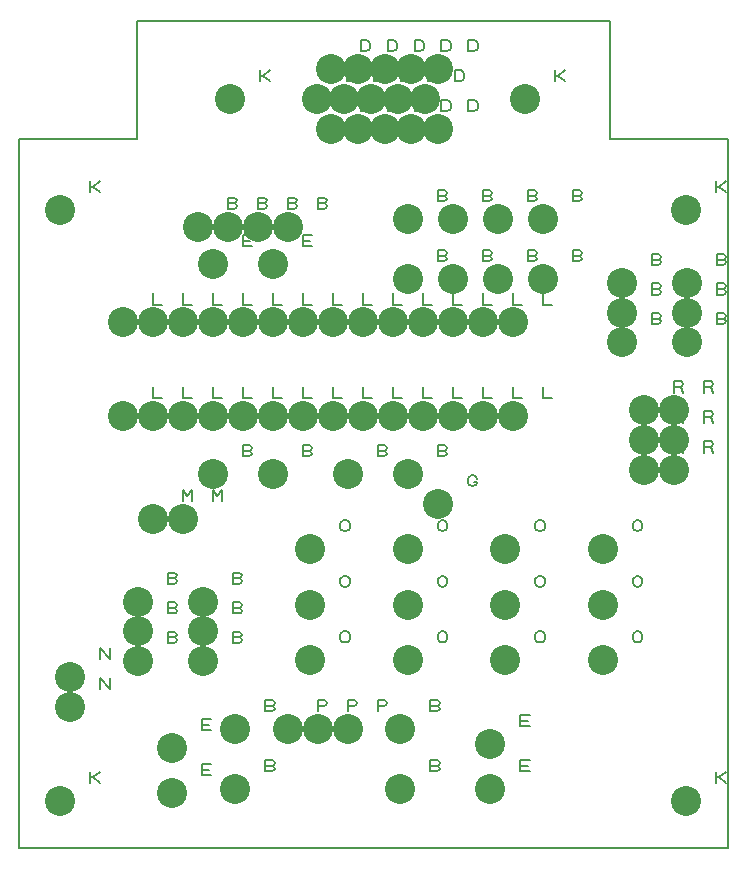
<source format=gbr>
G04 EasyPC Gerber Version 21.0.3 Build 4286 *
G04 #@! TF.Part,Single*
G04 #@! TF.FileFunction,Drillmap *
G04 #@! TF.FilePolarity,Positive *
%FSLAX35Y35*%
%MOIN*%
%ADD10C,0.00500*%
%ADD24C,0.00800*%
G04 #@! TA.AperFunction,ComponentPad*
%ADD82C,0.10000*%
X0Y0D02*
D02*
D10*
X24180Y22085D02*
Y25835D01*
Y23961D02*
X25117D01*
X27305Y25835*
X25117Y23961D02*
X27305Y22085D01*
X24180Y218936D02*
Y222686D01*
Y220811D02*
X25117D01*
X27305Y222686*
X25117Y220811D02*
X27305Y218936D01*
X27506Y53444D02*
Y57194D01*
X30631Y53444*
Y57194*
X27506Y63444D02*
Y67194D01*
X30631Y63444*
Y67194*
X45006Y154068D02*
Y150318D01*
X48131*
X45006Y185320D02*
Y181570D01*
X48131*
X52194Y70634D02*
X52819Y70321D01*
X53131Y69696*
X52819Y69071*
X52194Y68759*
X50006*
Y72509*
X52194*
X52819Y72196*
X53131Y71571*
X52819Y70946*
X52194Y70634*
X50006*
X52194Y80476D02*
X52819Y80164D01*
X53131Y79539*
X52819Y78914*
X52194Y78601*
X50006*
Y82351*
X52194*
X52819Y82039*
X53131Y81414*
X52819Y80789*
X52194Y80476*
X50006*
X52194Y90319D02*
X52819Y90006D01*
X53131Y89381*
X52819Y88756*
X52194Y88444*
X50006*
Y92194*
X52194*
X52819Y91881*
X53131Y91256*
X52819Y90631*
X52194Y90319*
X50006*
X55006Y115944D02*
Y119694D01*
X56569Y117819*
X58131Y119694*
Y115944*
X55006Y154068D02*
Y150318D01*
X58131*
X55006Y185320D02*
Y181570D01*
X58131*
X61256Y24694D02*
Y28444D01*
X64381*
X63756Y26569D02*
X61256D01*
Y24694D02*
X64381D01*
X61256Y39694D02*
Y43444D01*
X64381*
X63756Y41569D02*
X61256D01*
Y39694D02*
X64381D01*
X65006Y115944D02*
Y119694D01*
X66569Y117819*
X68131Y119694*
Y115944*
X65006Y154068D02*
Y150318D01*
X68131*
X65006Y185320D02*
Y181570D01*
X68131*
X72194Y215319D02*
X72819Y215006D01*
X73131Y214381*
X72819Y213756*
X72194Y213444*
X70006*
Y217194*
X72194*
X72819Y216881*
X73131Y216256*
X72819Y215631*
X72194Y215319*
X70006*
X73847Y70634D02*
X74472Y70321D01*
X74785Y69696*
X74472Y69071*
X73847Y68759*
X71660*
Y72509*
X73847*
X74472Y72196*
X74785Y71571*
X74472Y70946*
X73847Y70634*
X71660*
X73847Y80476D02*
X74472Y80164D01*
X74785Y79539*
X74472Y78914*
X73847Y78601*
X71660*
Y82351*
X73847*
X74472Y82039*
X74785Y81414*
X74472Y80789*
X73847Y80476*
X71660*
X73847Y90319D02*
X74472Y90006D01*
X74785Y89381*
X74472Y88756*
X73847Y88444*
X71660*
Y92194*
X73847*
X74472Y91881*
X74785Y91256*
X74472Y90631*
X73847Y90319*
X71660*
X77194Y132819D02*
X77819Y132506D01*
X78131Y131881*
X77819Y131256*
X77194Y130944*
X75006*
Y134694*
X77194*
X77819Y134381*
X78131Y133756*
X77819Y133131*
X77194Y132819*
X75006*
Y154068D02*
Y150318D01*
X78131*
X75006Y185320D02*
Y181570D01*
X78131*
X75006Y200944D02*
Y204694D01*
X78131*
X77506Y202819D02*
X75006D01*
Y200944D02*
X78131D01*
X82194Y215319D02*
X82819Y215006D01*
X83131Y214381*
X82819Y213756*
X82194Y213444*
X80006*
Y217194*
X82194*
X82819Y216881*
X83131Y216256*
X82819Y215631*
X82194Y215319*
X80006*
X80794Y255944D02*
Y259694D01*
Y257819D02*
X81731D01*
X83919Y259694*
X81731Y257819D02*
X83919Y255944D01*
X84694Y27819D02*
X85319Y27506D01*
X85631Y26881*
X85319Y26256*
X84694Y25944*
X82506*
Y29694*
X84694*
X85319Y29381*
X85631Y28756*
X85319Y28131*
X84694Y27819*
X82506*
X84694Y47819D02*
X85319Y47506D01*
X85631Y46881*
X85319Y46256*
X84694Y45944*
X82506*
Y49694*
X84694*
X85319Y49381*
X85631Y48756*
X85319Y48131*
X84694Y47819*
X82506*
X85006Y154068D02*
Y150318D01*
X88131*
X85006Y185320D02*
Y181570D01*
X88131*
X92194Y215319D02*
X92819Y215006D01*
X93131Y214381*
X92819Y213756*
X92194Y213444*
X90006*
Y217194*
X92194*
X92819Y216881*
X93131Y216256*
X92819Y215631*
X92194Y215319*
X90006*
X97194Y132819D02*
X97819Y132506D01*
X98131Y131881*
X97819Y131256*
X97194Y130944*
X95006*
Y134694*
X97194*
X97819Y134381*
X98131Y133756*
X97819Y133131*
X97194Y132819*
X95006*
Y154068D02*
Y150318D01*
X98131*
X95006Y185320D02*
Y181570D01*
X98131*
X95006Y200944D02*
Y204694D01*
X98131*
X97506Y202819D02*
X95006D01*
Y200944D02*
X98131D01*
X100006Y45944D02*
Y49694D01*
X102194*
X102819Y49381*
X103131Y48756*
X102819Y48131*
X102194Y47819*
X100006*
X102194Y215319D02*
X102819Y215006D01*
X103131Y214381*
X102819Y213756*
X102194Y213444*
X100006*
Y217194*
X102194*
X102819Y216881*
X103131Y216256*
X102819Y215631*
X102194Y215319*
X100006*
X105006Y154068D02*
Y150318D01*
X108131*
X105006Y185320D02*
Y181570D01*
X108131*
X107506Y70186D02*
Y71436D01*
X107819Y72061*
X108131Y72374*
X108756Y72686*
X109381*
X110006Y72374*
X110319Y72061*
X110631Y71436*
Y70186*
X110319Y69561*
X110006Y69248*
X109381Y68936*
X108756*
X108131Y69248*
X107819Y69561*
X107506Y70186*
Y88690D02*
Y89940D01*
X107819Y90565*
X108131Y90878*
X108756Y91190*
X109381*
X110006Y90878*
X110319Y90565*
X110631Y89940*
Y88690*
X110319Y88065*
X110006Y87752*
X109381Y87440*
X108756*
X108131Y87752*
X107819Y88065*
X107506Y88690*
Y107194D02*
Y108444D01*
X107819Y109069*
X108131Y109381*
X108756Y109694*
X109381*
X110006Y109381*
X110319Y109069*
X110631Y108444*
Y107194*
X110319Y106569*
X110006Y106256*
X109381Y105944*
X108756*
X108131Y106256*
X107819Y106569*
X107506Y107194*
X109809Y255944D02*
Y259694D01*
X111685*
X112309Y259381*
X112622Y259069*
X112935Y258444*
Y257194*
X112622Y256569*
X112309Y256256*
X111685Y255944*
X109809*
X110006Y45944D02*
Y49694D01*
X112194*
X112819Y49381*
X113131Y48756*
X112819Y48131*
X112194Y47819*
X110006*
X114298Y245944D02*
Y249694D01*
X116173*
X116798Y249381*
X117110Y249069*
X117423Y248444*
Y247194*
X117110Y246569*
X116798Y246256*
X116173Y245944*
X114298*
Y265944D02*
Y269694D01*
X116173*
X116798Y269381*
X117110Y269069*
X117423Y268444*
Y267194*
X117110Y266569*
X116798Y266256*
X116173Y265944*
X114298*
X115006Y154068D02*
Y150318D01*
X118131*
X115006Y185320D02*
Y181570D01*
X118131*
X118786Y255944D02*
Y259694D01*
X120661*
X121286Y259381*
X121598Y259069*
X121911Y258444*
Y257194*
X121598Y256569*
X121286Y256256*
X120661Y255944*
X118786*
X120006Y45944D02*
Y49694D01*
X122194*
X122819Y49381*
X123131Y48756*
X122819Y48131*
X122194Y47819*
X120006*
X122194Y132819D02*
X122819Y132506D01*
X123131Y131881*
X122819Y131256*
X122194Y130944*
X120006*
Y134694*
X122194*
X122819Y134381*
X123131Y133756*
X122819Y133131*
X122194Y132819*
X120006*
X123274Y245944D02*
Y249694D01*
X125149*
X125774Y249381*
X126087Y249069*
X126399Y248444*
Y247194*
X126087Y246569*
X125774Y246256*
X125149Y245944*
X123274*
Y265944D02*
Y269694D01*
X125149*
X125774Y269381*
X126087Y269069*
X126399Y268444*
Y267194*
X126087Y266569*
X125774Y266256*
X125149Y265944*
X123274*
X125006Y154068D02*
Y150318D01*
X128131*
X125006Y185320D02*
Y181570D01*
X128131*
X127762Y255944D02*
Y259694D01*
X129637*
X130262Y259381*
X130575Y259069*
X130887Y258444*
Y257194*
X130575Y256569*
X130262Y256256*
X129637Y255944*
X127762*
X132250Y245944D02*
Y249694D01*
X134126*
X134750Y249381*
X135063Y249069*
X135376Y248444*
Y247194*
X135063Y246569*
X134750Y246256*
X134126Y245944*
X132250*
Y265944D02*
Y269694D01*
X134126*
X134750Y269381*
X135063Y269069*
X135376Y268444*
Y267194*
X135063Y266569*
X134750Y266256*
X134126Y265944*
X132250*
X135006Y154068D02*
Y150318D01*
X138131*
X135006Y185320D02*
Y181570D01*
X138131*
X136739Y255944D02*
Y259694D01*
X138614*
X139239Y259381*
X139551Y259069*
X139864Y258444*
Y257194*
X139551Y256569*
X139239Y256256*
X138614Y255944*
X136739*
X139694Y27819D02*
X140319Y27506D01*
X140631Y26881*
X140319Y26256*
X139694Y25944*
X137506*
Y29694*
X139694*
X140319Y29381*
X140631Y28756*
X140319Y28131*
X139694Y27819*
X137506*
X139694Y47819D02*
X140319Y47506D01*
X140631Y46881*
X140319Y46256*
X139694Y45944*
X137506*
Y49694*
X139694*
X140319Y49381*
X140631Y48756*
X140319Y48131*
X139694Y47819*
X137506*
X140006Y70186D02*
Y71436D01*
X140319Y72061*
X140631Y72374*
X141256Y72686*
X141881*
X142506Y72374*
X142819Y72061*
X143131Y71436*
Y70186*
X142819Y69561*
X142506Y69248*
X141881Y68936*
X141256*
X140631Y69248*
X140319Y69561*
X140006Y70186*
Y88690D02*
Y89940D01*
X140319Y90565*
X140631Y90878*
X141256Y91190*
X141881*
X142506Y90878*
X142819Y90565*
X143131Y89940*
Y88690*
X142819Y88065*
X142506Y87752*
X141881Y87440*
X141256*
X140631Y87752*
X140319Y88065*
X140006Y88690*
Y107194D02*
Y108444D01*
X140319Y109069*
X140631Y109381*
X141256Y109694*
X141881*
X142506Y109381*
X142819Y109069*
X143131Y108444*
Y107194*
X142819Y106569*
X142506Y106256*
X141881Y105944*
X141256*
X140631Y106256*
X140319Y106569*
X140006Y107194*
X142194Y132819D02*
X142819Y132506D01*
X143131Y131881*
X142819Y131256*
X142194Y130944*
X140006*
Y134694*
X142194*
X142819Y134381*
X143131Y133756*
X142819Y133131*
X142194Y132819*
X140006*
X142194Y197819D02*
X142819Y197506D01*
X143131Y196881*
X142819Y196256*
X142194Y195944*
X140006*
Y199694*
X142194*
X142819Y199381*
X143131Y198756*
X142819Y198131*
X142194Y197819*
X140006*
X142194Y217819D02*
X142819Y217506D01*
X143131Y216881*
X142819Y216256*
X142194Y215944*
X140006*
Y219694*
X142194*
X142819Y219381*
X143131Y218756*
X142819Y218131*
X142194Y217819*
X140006*
X141227Y245944D02*
Y249694D01*
X143102*
X143727Y249381*
X144039Y249069*
X144352Y248444*
Y247194*
X144039Y246569*
X143727Y246256*
X143102Y245944*
X141227*
Y265944D02*
Y269694D01*
X143102*
X143727Y269381*
X144039Y269069*
X144352Y268444*
Y267194*
X144039Y266569*
X143727Y266256*
X143102Y265944*
X141227*
X145006Y154068D02*
Y150318D01*
X148131*
X145006Y185320D02*
Y181570D01*
X148131*
X145715Y255944D02*
Y259694D01*
X147590*
X148215Y259381*
X148528Y259069*
X148840Y258444*
Y257194*
X148528Y256569*
X148215Y256256*
X147590Y255944*
X145715*
X152194Y122506D02*
X153131D01*
Y122194*
X152819Y121569*
X152506Y121256*
X151881Y120944*
X151256*
X150631Y121256*
X150319Y121569*
X150006Y122194*
Y123444*
X150319Y124069*
X150631Y124381*
X151256Y124694*
X151881*
X152506Y124381*
X152819Y124069*
X153131Y123444*
X150203Y245944D02*
Y249694D01*
X152078*
X152703Y249381*
X153016Y249069*
X153328Y248444*
Y247194*
X153016Y246569*
X152703Y246256*
X152078Y245944*
X150203*
Y265944D02*
Y269694D01*
X152078*
X152703Y269381*
X153016Y269069*
X153328Y268444*
Y267194*
X153016Y266569*
X152703Y266256*
X152078Y265944*
X150203*
X155006Y154068D02*
Y150318D01*
X158131*
X155006Y185320D02*
Y181570D01*
X158131*
X157194Y197819D02*
X157819Y197506D01*
X158131Y196881*
X157819Y196256*
X157194Y195944*
X155006*
Y199694*
X157194*
X157819Y199381*
X158131Y198756*
X157819Y198131*
X157194Y197819*
X155006*
X157194Y217819D02*
X157819Y217506D01*
X158131Y216881*
X157819Y216256*
X157194Y215944*
X155006*
Y219694*
X157194*
X157819Y219381*
X158131Y218756*
X157819Y218131*
X157194Y217819*
X155006*
X165006Y154068D02*
Y150318D01*
X168131*
X165006Y185320D02*
Y181570D01*
X168131*
X167506Y25944D02*
Y29694D01*
X170631*
X170006Y27819D02*
X167506D01*
Y25944D02*
X170631D01*
X167506Y40944D02*
Y44694D01*
X170631*
X170006Y42819D02*
X167506D01*
Y40944D02*
X170631D01*
X172194Y197819D02*
X172819Y197506D01*
X173131Y196881*
X172819Y196256*
X172194Y195944*
X170006*
Y199694*
X172194*
X172819Y199381*
X173131Y198756*
X172819Y198131*
X172194Y197819*
X170006*
X172194Y217819D02*
X172819Y217506D01*
X173131Y216881*
X172819Y216256*
X172194Y215944*
X170006*
Y219694*
X172194*
X172819Y219381*
X173131Y218756*
X172819Y218131*
X172194Y217819*
X170006*
X172506Y70186D02*
Y71436D01*
X172819Y72061*
X173131Y72374*
X173756Y72686*
X174381*
X175006Y72374*
X175319Y72061*
X175631Y71436*
Y70186*
X175319Y69561*
X175006Y69248*
X174381Y68936*
X173756*
X173131Y69248*
X172819Y69561*
X172506Y70186*
Y88690D02*
Y89940D01*
X172819Y90565*
X173131Y90878*
X173756Y91190*
X174381*
X175006Y90878*
X175319Y90565*
X175631Y89940*
Y88690*
X175319Y88065*
X175006Y87752*
X174381Y87440*
X173756*
X173131Y87752*
X172819Y88065*
X172506Y88690*
Y107194D02*
Y108444D01*
X172819Y109069*
X173131Y109381*
X173756Y109694*
X174381*
X175006Y109381*
X175319Y109069*
X175631Y108444*
Y107194*
X175319Y106569*
X175006Y106256*
X174381Y105944*
X173756*
X173131Y106256*
X172819Y106569*
X172506Y107194*
X175006Y154068D02*
Y150318D01*
X178131*
X175006Y185320D02*
Y181570D01*
X178131*
X179219Y255944D02*
Y259694D01*
Y257819D02*
X180156D01*
X182344Y259694*
X180156Y257819D02*
X182344Y255944D01*
X187194Y197819D02*
X187819Y197506D01*
X188131Y196881*
X187819Y196256*
X187194Y195944*
X185006*
Y199694*
X187194*
X187819Y199381*
X188131Y198756*
X187819Y198131*
X187194Y197819*
X185006*
X187194Y217819D02*
X187819Y217506D01*
X188131Y216881*
X187819Y216256*
X187194Y215944*
X185006*
Y219694*
X187194*
X187819Y219381*
X188131Y218756*
X187819Y218131*
X187194Y217819*
X185006*
X205006Y70186D02*
Y71436D01*
X205319Y72061*
X205631Y72374*
X206256Y72686*
X206881*
X207506Y72374*
X207819Y72061*
X208131Y71436*
Y70186*
X207819Y69561*
X207506Y69248*
X206881Y68936*
X206256*
X205631Y69248*
X205319Y69561*
X205006Y70186*
Y88690D02*
Y89940D01*
X205319Y90565*
X205631Y90878*
X206256Y91190*
X206881*
X207506Y90878*
X207819Y90565*
X208131Y89940*
Y88690*
X207819Y88065*
X207506Y87752*
X206881Y87440*
X206256*
X205631Y87752*
X205319Y88065*
X205006Y88690*
Y107194D02*
Y108444D01*
X205319Y109069*
X205631Y109381*
X206256Y109694*
X206881*
X207506Y109381*
X207819Y109069*
X208131Y108444*
Y107194*
X207819Y106569*
X207506Y106256*
X206881Y105944*
X206256*
X205631Y106256*
X205319Y106569*
X205006Y107194*
X213444Y176884D02*
X214069Y176571D01*
X214381Y175946*
X214069Y175321*
X213444Y175009*
X211256*
Y178759*
X213444*
X214069Y178446*
X214381Y177821*
X214069Y177196*
X213444Y176884*
X211256*
X213444Y186726D02*
X214069Y186414D01*
X214381Y185789*
X214069Y185164*
X213444Y184851*
X211256*
Y188601*
X213444*
X214069Y188289*
X214381Y187664*
X214069Y187039*
X213444Y186726*
X211256*
X213444Y196569D02*
X214069Y196256D01*
X214381Y195631*
X214069Y195006*
X213444Y194694*
X211256*
Y198444*
X213444*
X214069Y198131*
X214381Y197506*
X214069Y196881*
X213444Y196569*
X211256*
X218756Y132194D02*
Y135944D01*
X220944*
X221569Y135631*
X221881Y135006*
X221569Y134381*
X220944Y134069*
X218756*
X220944D02*
X221881Y132194D01*
X218756Y142194D02*
Y145944D01*
X220944*
X221569Y145631*
X221881Y145006*
X221569Y144381*
X220944Y144069*
X218756*
X220944D02*
X221881Y142194D01*
X218756Y152194D02*
Y155944D01*
X220944*
X221569Y155631*
X221881Y155006*
X221569Y154381*
X220944Y154069*
X218756*
X220944D02*
X221881Y152194D01*
X228756Y132194D02*
Y135944D01*
X230944*
X231569Y135631*
X231881Y135006*
X231569Y134381*
X230944Y134069*
X228756*
X230944D02*
X231881Y132194D01*
X228756Y142194D02*
Y145944D01*
X230944*
X231569Y145631*
X231881Y145006*
X231569Y144381*
X230944Y144069*
X228756*
X230944D02*
X231881Y142194D01*
X228756Y152194D02*
Y155944D01*
X230944*
X231569Y155631*
X231881Y155006*
X231569Y154381*
X230944Y154069*
X228756*
X230944D02*
X231881Y152194D01*
X232841Y22085D02*
Y25835D01*
Y23961D02*
X233778D01*
X235966Y25835*
X233778Y23961D02*
X235966Y22085D01*
X232841Y218936D02*
Y222686D01*
Y220811D02*
X233778D01*
X235966Y222686*
X233778Y220811D02*
X235966Y218936D01*
X235097Y176884D02*
X235722Y176571D01*
X236035Y175946*
X235722Y175321*
X235097Y175009*
X232910*
Y178759*
X235097*
X235722Y178446*
X236035Y177821*
X235722Y177196*
X235097Y176884*
X232910*
X235097Y186726D02*
X235722Y186414D01*
X236035Y185789*
X235722Y185164*
X235097Y184851*
X232910*
Y188601*
X235097*
X235722Y188289*
X236035Y187664*
X235722Y187039*
X235097Y186726*
X232910*
X235097Y196569D02*
X235722Y196256D01*
X236035Y195631*
X235722Y195006*
X235097Y194694*
X232910*
Y198444*
X235097*
X235722Y198131*
X236035Y197506*
X235722Y196881*
X235097Y196569*
X232910*
D02*
D24*
X400Y400D02*
X236620D01*
Y236620*
X197250*
Y275991*
X39770*
Y236620*
X400*
Y400*
D02*
D82*
X14180Y16148D03*
Y212998D03*
X17506Y47506D03*
Y57506D03*
X35006Y144380D03*
Y175632D03*
X40006Y62821D03*
Y72664D03*
Y82506D03*
X45006Y110006D03*
Y144380D03*
Y175632D03*
X51256Y18756D03*
Y33756D03*
X55006Y110006D03*
Y144380D03*
Y175632D03*
X60006Y207506D03*
X61660Y62821D03*
Y72664D03*
Y82506D03*
X65006Y125006D03*
Y144380D03*
Y175632D03*
Y195006D03*
X70006Y207506D03*
X70794Y250006D03*
X72506Y20006D03*
Y40006D03*
X75006Y144380D03*
Y175632D03*
X80006Y207506D03*
X85006Y125006D03*
Y144380D03*
Y175632D03*
Y195006D03*
X90006Y40006D03*
Y207506D03*
X95006Y144380D03*
Y175632D03*
X97506Y62998D03*
Y81502D03*
Y100006D03*
X99809Y250006D03*
X100006Y40006D03*
X104298Y240006D03*
Y260006D03*
X105006Y144380D03*
Y175632D03*
X108786Y250006D03*
X110006Y40006D03*
Y125006D03*
X113274Y240006D03*
Y260006D03*
X115006Y144380D03*
Y175632D03*
X117762Y250006D03*
X122250Y240006D03*
Y260006D03*
X125006Y144380D03*
Y175632D03*
X126739Y250006D03*
X127506Y20006D03*
Y40006D03*
X130006Y62998D03*
Y81502D03*
Y100006D03*
Y125006D03*
Y190006D03*
Y210006D03*
X131227Y240006D03*
Y260006D03*
X135006Y144380D03*
Y175632D03*
X135715Y250006D03*
X140006Y115006D03*
X140203Y240006D03*
Y260006D03*
X145006Y144380D03*
Y175632D03*
Y190006D03*
Y210006D03*
X155006Y144380D03*
Y175632D03*
X157506Y20006D03*
Y35006D03*
X160006Y190006D03*
Y210006D03*
X162506Y62998D03*
Y81502D03*
Y100006D03*
X165006Y144380D03*
Y175632D03*
X169219Y250006D03*
X175006Y190006D03*
Y210006D03*
X195006Y62998D03*
Y81502D03*
Y100006D03*
X201256Y169071D03*
Y178914D03*
Y188756D03*
X208756Y126256D03*
Y136256D03*
Y146256D03*
X218756Y126256D03*
Y136256D03*
Y146256D03*
X222841Y16148D03*
Y212998D03*
X222910Y169071D03*
Y178914D03*
Y188756D03*
X0Y0D02*
M02*

</source>
